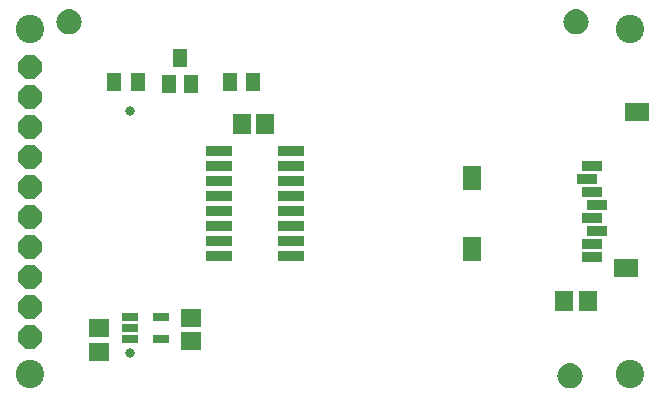
<source format=gbr>
G04 EAGLE Gerber RS-274X export*
G75*
%MOMM*%
%FSLAX34Y34*%
%LPD*%
%INSoldermask Top*%
%IPPOS*%
%AMOC8*
5,1,8,0,0,1.08239X$1,22.5*%
G01*
%ADD10C,2.403200*%
%ADD11C,0.803200*%
%ADD12R,2.235200X0.863600*%
%ADD13R,2.103200X1.603200*%
%ADD14R,1.603200X2.003200*%
%ADD15R,1.703200X0.903200*%
%ADD16R,1.403200X0.753200*%
%ADD17R,1.303200X1.603200*%
%ADD18R,1.203200X1.603200*%
%ADD19R,1.803200X1.503200*%
%ADD20R,1.503200X1.803200*%
%ADD21P,2.144431X8X22.500000*%

G36*
X210072Y141920D02*
X210072Y141920D01*
X210115Y141932D01*
X210181Y141939D01*
X211864Y142390D01*
X211905Y142409D01*
X211968Y142428D01*
X213548Y143165D01*
X213585Y143191D01*
X213644Y143220D01*
X215072Y144220D01*
X215103Y144252D01*
X215156Y144291D01*
X216389Y145524D01*
X216414Y145560D01*
X216460Y145608D01*
X217460Y147036D01*
X217478Y147077D01*
X217515Y147132D01*
X218252Y148712D01*
X218263Y148755D01*
X218290Y148816D01*
X218741Y150499D01*
X218743Y150531D01*
X218750Y150552D01*
X218750Y150567D01*
X218760Y150608D01*
X218912Y152345D01*
X218908Y152389D01*
X218912Y152455D01*
X218760Y154192D01*
X218748Y154235D01*
X218741Y154301D01*
X218290Y155984D01*
X218271Y156025D01*
X218252Y156088D01*
X217515Y157668D01*
X217489Y157705D01*
X217460Y157764D01*
X216460Y159192D01*
X216428Y159223D01*
X216389Y159276D01*
X215156Y160509D01*
X215120Y160534D01*
X215072Y160580D01*
X213644Y161580D01*
X213603Y161598D01*
X213548Y161635D01*
X211968Y162372D01*
X211925Y162383D01*
X211864Y162410D01*
X210181Y162861D01*
X210136Y162864D01*
X210072Y162880D01*
X208335Y163032D01*
X208291Y163028D01*
X208225Y163032D01*
X206488Y162880D01*
X206445Y162868D01*
X206379Y162861D01*
X204696Y162410D01*
X204655Y162391D01*
X204592Y162372D01*
X203012Y161635D01*
X202975Y161609D01*
X202916Y161580D01*
X201488Y160580D01*
X201457Y160548D01*
X201404Y160509D01*
X200171Y159276D01*
X200146Y159240D01*
X200100Y159192D01*
X199100Y157764D01*
X199082Y157723D01*
X199045Y157668D01*
X198308Y156088D01*
X198297Y156045D01*
X198270Y155984D01*
X197819Y154301D01*
X197816Y154256D01*
X197800Y154192D01*
X197648Y152455D01*
X197652Y152411D01*
X197648Y152345D01*
X197800Y150608D01*
X197812Y150565D01*
X197816Y150531D01*
X197816Y150515D01*
X197818Y150510D01*
X197819Y150499D01*
X198270Y148816D01*
X198289Y148775D01*
X198308Y148712D01*
X199045Y147132D01*
X199071Y147095D01*
X199100Y147036D01*
X200100Y145608D01*
X200132Y145577D01*
X200171Y145524D01*
X201404Y144291D01*
X201440Y144266D01*
X201488Y144220D01*
X202916Y143220D01*
X202957Y143202D01*
X203012Y143165D01*
X204592Y142428D01*
X204635Y142417D01*
X204696Y142390D01*
X206379Y141939D01*
X206424Y141936D01*
X206488Y141920D01*
X208225Y141768D01*
X208269Y141772D01*
X208335Y141768D01*
X210072Y141920D01*
G37*
G36*
X-219188Y141920D02*
X-219188Y141920D01*
X-219145Y141932D01*
X-219079Y141939D01*
X-217396Y142390D01*
X-217355Y142409D01*
X-217292Y142428D01*
X-215712Y143165D01*
X-215675Y143191D01*
X-215616Y143220D01*
X-214188Y144220D01*
X-214157Y144252D01*
X-214104Y144291D01*
X-212871Y145524D01*
X-212846Y145560D01*
X-212800Y145608D01*
X-211800Y147036D01*
X-211782Y147077D01*
X-211745Y147132D01*
X-211008Y148712D01*
X-210997Y148755D01*
X-210970Y148816D01*
X-210519Y150499D01*
X-210517Y150531D01*
X-210510Y150552D01*
X-210510Y150567D01*
X-210500Y150608D01*
X-210348Y152345D01*
X-210352Y152389D01*
X-210348Y152455D01*
X-210500Y154192D01*
X-210512Y154235D01*
X-210519Y154301D01*
X-210970Y155984D01*
X-210989Y156025D01*
X-211008Y156088D01*
X-211745Y157668D01*
X-211771Y157705D01*
X-211800Y157764D01*
X-212800Y159192D01*
X-212832Y159223D01*
X-212871Y159276D01*
X-214104Y160509D01*
X-214140Y160534D01*
X-214188Y160580D01*
X-215616Y161580D01*
X-215657Y161598D01*
X-215712Y161635D01*
X-217292Y162372D01*
X-217335Y162383D01*
X-217396Y162410D01*
X-219079Y162861D01*
X-219124Y162864D01*
X-219188Y162880D01*
X-220925Y163032D01*
X-220969Y163028D01*
X-221035Y163032D01*
X-222772Y162880D01*
X-222815Y162868D01*
X-222881Y162861D01*
X-224564Y162410D01*
X-224605Y162391D01*
X-224668Y162372D01*
X-226248Y161635D01*
X-226285Y161609D01*
X-226344Y161580D01*
X-227772Y160580D01*
X-227803Y160548D01*
X-227856Y160509D01*
X-229089Y159276D01*
X-229114Y159240D01*
X-229160Y159192D01*
X-230160Y157764D01*
X-230178Y157723D01*
X-230215Y157668D01*
X-230952Y156088D01*
X-230963Y156045D01*
X-230990Y155984D01*
X-231441Y154301D01*
X-231444Y154256D01*
X-231460Y154192D01*
X-231612Y152455D01*
X-231608Y152411D01*
X-231612Y152345D01*
X-231460Y150608D01*
X-231448Y150565D01*
X-231444Y150531D01*
X-231444Y150515D01*
X-231442Y150510D01*
X-231441Y150499D01*
X-230990Y148816D01*
X-230971Y148775D01*
X-230952Y148712D01*
X-230215Y147132D01*
X-230189Y147095D01*
X-230160Y147036D01*
X-229160Y145608D01*
X-229128Y145577D01*
X-229089Y145524D01*
X-227856Y144291D01*
X-227820Y144266D01*
X-227772Y144220D01*
X-226344Y143220D01*
X-226303Y143202D01*
X-226248Y143165D01*
X-224668Y142428D01*
X-224625Y142417D01*
X-224564Y142390D01*
X-222881Y141939D01*
X-222836Y141936D01*
X-222772Y141920D01*
X-221035Y141768D01*
X-220991Y141772D01*
X-220925Y141768D01*
X-219188Y141920D01*
G37*
G36*
X204992Y-157800D02*
X204992Y-157800D01*
X205035Y-157788D01*
X205101Y-157781D01*
X206784Y-157330D01*
X206825Y-157311D01*
X206888Y-157292D01*
X208468Y-156555D01*
X208505Y-156529D01*
X208564Y-156500D01*
X209992Y-155500D01*
X210023Y-155468D01*
X210076Y-155429D01*
X211309Y-154196D01*
X211334Y-154160D01*
X211380Y-154112D01*
X212380Y-152684D01*
X212398Y-152643D01*
X212435Y-152588D01*
X213172Y-151008D01*
X213183Y-150965D01*
X213210Y-150904D01*
X213661Y-149221D01*
X213663Y-149189D01*
X213670Y-149168D01*
X213670Y-149153D01*
X213680Y-149112D01*
X213832Y-147375D01*
X213828Y-147331D01*
X213832Y-147265D01*
X213680Y-145528D01*
X213668Y-145485D01*
X213661Y-145419D01*
X213210Y-143736D01*
X213191Y-143695D01*
X213172Y-143632D01*
X212435Y-142052D01*
X212409Y-142015D01*
X212380Y-141956D01*
X211380Y-140528D01*
X211348Y-140497D01*
X211309Y-140444D01*
X210076Y-139211D01*
X210040Y-139186D01*
X209992Y-139140D01*
X208564Y-138140D01*
X208523Y-138122D01*
X208468Y-138085D01*
X206888Y-137348D01*
X206845Y-137337D01*
X206784Y-137310D01*
X205101Y-136859D01*
X205056Y-136856D01*
X204992Y-136840D01*
X203255Y-136688D01*
X203211Y-136692D01*
X203145Y-136688D01*
X201408Y-136840D01*
X201365Y-136852D01*
X201299Y-136859D01*
X199616Y-137310D01*
X199575Y-137329D01*
X199512Y-137348D01*
X197932Y-138085D01*
X197895Y-138111D01*
X197836Y-138140D01*
X196408Y-139140D01*
X196377Y-139172D01*
X196324Y-139211D01*
X195091Y-140444D01*
X195066Y-140480D01*
X195020Y-140528D01*
X194020Y-141956D01*
X194002Y-141997D01*
X193965Y-142052D01*
X193228Y-143632D01*
X193217Y-143675D01*
X193190Y-143736D01*
X192739Y-145419D01*
X192736Y-145464D01*
X192720Y-145528D01*
X192568Y-147265D01*
X192572Y-147309D01*
X192568Y-147375D01*
X192720Y-149112D01*
X192732Y-149155D01*
X192736Y-149189D01*
X192736Y-149205D01*
X192738Y-149210D01*
X192739Y-149221D01*
X193190Y-150904D01*
X193209Y-150945D01*
X193228Y-151008D01*
X193965Y-152588D01*
X193991Y-152625D01*
X194020Y-152684D01*
X195020Y-154112D01*
X195052Y-154143D01*
X195091Y-154196D01*
X196324Y-155429D01*
X196360Y-155454D01*
X196408Y-155500D01*
X197836Y-156500D01*
X197877Y-156518D01*
X197932Y-156555D01*
X199512Y-157292D01*
X199555Y-157303D01*
X199616Y-157330D01*
X201299Y-157781D01*
X201344Y-157784D01*
X201408Y-157800D01*
X203145Y-157952D01*
X203189Y-157948D01*
X203255Y-157952D01*
X204992Y-157800D01*
G37*
D10*
X-254000Y146050D03*
X-254000Y-146050D03*
X254000Y-146050D03*
X254000Y146050D03*
D11*
X-169000Y-128000D03*
X-169000Y76500D03*
D12*
X-94234Y43180D03*
X-32766Y43180D03*
X-94234Y30480D03*
X-94234Y17780D03*
X-32766Y30480D03*
X-32766Y17780D03*
X-94234Y5080D03*
X-32766Y5080D03*
X-94234Y-7620D03*
X-32766Y-7620D03*
X-94234Y-20320D03*
X-94234Y-33020D03*
X-32766Y-20320D03*
X-32766Y-33020D03*
X-94234Y-45720D03*
X-32766Y-45720D03*
D13*
X250970Y-55690D03*
X259970Y76310D03*
D14*
X119970Y-39690D03*
X119970Y20310D03*
D15*
X221970Y-46690D03*
X221970Y-35690D03*
X225970Y-24690D03*
X221970Y-13690D03*
X225970Y-2690D03*
X221970Y8310D03*
X217970Y19310D03*
X221970Y30310D03*
D16*
X-169210Y-97180D03*
X-169210Y-106680D03*
X-169210Y-116180D03*
X-143210Y-116180D03*
X-143210Y-97180D03*
D17*
X-64930Y101600D03*
X-84930Y101600D03*
D18*
X-127000Y121490D03*
X-117500Y99490D03*
X-136500Y99490D03*
D17*
X-162720Y101600D03*
X-182720Y101600D03*
D19*
X-195580Y-106840D03*
X-195580Y-126840D03*
X-118110Y-97950D03*
X-118110Y-117950D03*
D20*
X218280Y-83820D03*
X198280Y-83820D03*
X-74770Y66040D03*
X-54770Y66040D03*
D21*
X-254000Y114300D03*
X-254000Y88900D03*
X-254000Y63500D03*
X-254000Y38100D03*
X-254000Y12700D03*
X-254000Y-12700D03*
X-254000Y-38100D03*
X-254000Y-63500D03*
X-254000Y-88900D03*
X-254000Y-114300D03*
M02*

</source>
